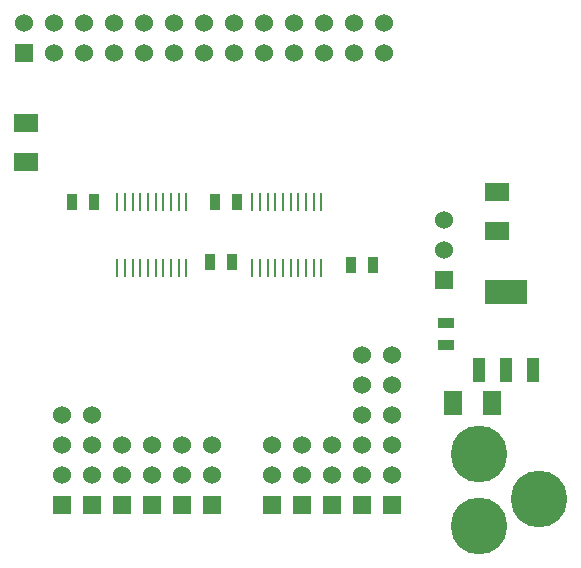
<source format=gts>
G04 (created by PCBNEW (2013-04-19 BZR 4011)-stable) date 02/09/2014 13:44:17*
%MOIN*%
G04 Gerber Fmt 3.4, Leading zero omitted, Abs format*
%FSLAX34Y34*%
G01*
G70*
G90*
G04 APERTURE LIST*
%ADD10C,0*%
%ADD11R,0.06X0.06*%
%ADD12C,0.06*%
%ADD13R,0.08X0.06*%
%ADD14R,0.00984252X0.0610236*%
%ADD15R,0.144X0.08*%
%ADD16R,0.04X0.08*%
%ADD17R,0.06X0.08*%
%ADD18C,0.189*%
%ADD19R,0.055X0.035*%
%ADD20R,0.035X0.055*%
G04 APERTURE END LIST*
G54D10*
G54D11*
X728Y-1917D03*
G54D12*
X728Y-917D03*
X1728Y-1917D03*
X1728Y-917D03*
X2728Y-1917D03*
X2728Y-917D03*
X3728Y-1917D03*
X3728Y-917D03*
X4728Y-1917D03*
X4728Y-917D03*
X5728Y-1917D03*
X5728Y-917D03*
X6728Y-1917D03*
X6728Y-917D03*
X7728Y-1917D03*
X7728Y-917D03*
X8728Y-1917D03*
X8728Y-917D03*
X9728Y-1917D03*
X9728Y-917D03*
X10728Y-1917D03*
X10728Y-917D03*
X11728Y-1917D03*
X11728Y-917D03*
X12728Y-1917D03*
X12728Y-917D03*
G54D11*
X3000Y-17000D03*
G54D12*
X3000Y-16000D03*
X3000Y-15000D03*
X3000Y-14000D03*
G54D11*
X4000Y-17000D03*
G54D12*
X4000Y-16000D03*
X4000Y-15000D03*
G54D11*
X6000Y-17000D03*
G54D12*
X6000Y-16000D03*
X6000Y-15000D03*
G54D11*
X9000Y-17000D03*
G54D12*
X9000Y-16000D03*
X9000Y-15000D03*
G54D11*
X11000Y-17000D03*
G54D12*
X11000Y-16000D03*
X11000Y-15000D03*
G54D11*
X7000Y-17000D03*
G54D12*
X7000Y-16000D03*
X7000Y-15000D03*
G54D11*
X10000Y-17000D03*
G54D12*
X10000Y-16000D03*
X10000Y-15000D03*
G54D11*
X13000Y-17000D03*
G54D12*
X13000Y-16000D03*
X13000Y-15000D03*
X13000Y-14000D03*
X13000Y-13000D03*
X13000Y-12000D03*
G54D13*
X16500Y-6550D03*
X16500Y-7850D03*
G54D11*
X2000Y-17000D03*
G54D12*
X2000Y-16000D03*
X2000Y-15000D03*
X2000Y-14000D03*
G54D11*
X5000Y-17000D03*
G54D12*
X5000Y-16000D03*
X5000Y-15000D03*
G54D11*
X12000Y-17000D03*
G54D12*
X12000Y-16000D03*
X12000Y-15000D03*
X12000Y-14000D03*
X12000Y-13000D03*
X12000Y-12000D03*
G54D14*
X8338Y-9102D03*
X8604Y-9102D03*
X8860Y-9102D03*
X9116Y-9102D03*
X9372Y-9102D03*
X9627Y-9102D03*
X9883Y-9102D03*
X10139Y-9102D03*
X10395Y-9102D03*
X10651Y-9102D03*
X10651Y-6897D03*
X10395Y-6897D03*
X10139Y-6897D03*
X9883Y-6897D03*
X9627Y-6897D03*
X9372Y-6897D03*
X9116Y-6897D03*
X8860Y-6897D03*
X8604Y-6897D03*
X8348Y-6897D03*
X3838Y-9102D03*
X4104Y-9102D03*
X4360Y-9102D03*
X4616Y-9102D03*
X4872Y-9102D03*
X5127Y-9102D03*
X5383Y-9102D03*
X5639Y-9102D03*
X5895Y-9102D03*
X6151Y-9102D03*
X6151Y-6897D03*
X5895Y-6897D03*
X5639Y-6897D03*
X5383Y-6897D03*
X5127Y-6897D03*
X4872Y-6897D03*
X4616Y-6897D03*
X4360Y-6897D03*
X4104Y-6897D03*
X3848Y-6897D03*
G54D15*
X16800Y-9900D03*
G54D16*
X16800Y-12500D03*
X17700Y-12500D03*
X15900Y-12500D03*
G54D17*
X16350Y-13600D03*
X15050Y-13600D03*
G54D13*
X800Y-4250D03*
X800Y-5550D03*
G54D18*
X15900Y-17700D03*
X15900Y-15300D03*
X17900Y-16800D03*
G54D19*
X14800Y-10925D03*
X14800Y-11675D03*
G54D20*
X7855Y-6900D03*
X7105Y-6900D03*
X3075Y-6900D03*
X2325Y-6900D03*
X12375Y-9000D03*
X11625Y-9000D03*
X7675Y-8900D03*
X6925Y-8900D03*
G54D11*
X14750Y-9500D03*
G54D12*
X14750Y-8500D03*
X14750Y-7500D03*
M02*

</source>
